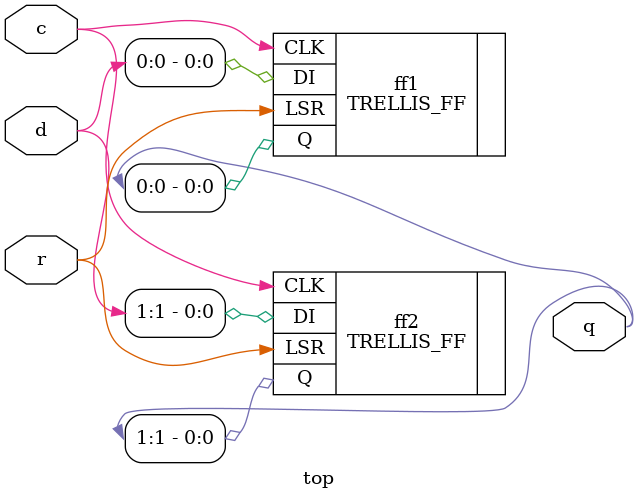
<source format=v>
module top(input c, r, input [1:0] d, output reg [1:0] q);
TRELLIS_FF #(.REGSET("SET")) ff1(.CLK(c), .LSR(r), .DI(d[0]), .Q(q[0]));
TRELLIS_FF #(.REGSET("SET")) ff2(.CLK(c), .LSR(r), .DI(d[1]), .Q(q[1]));
endmodule

</source>
